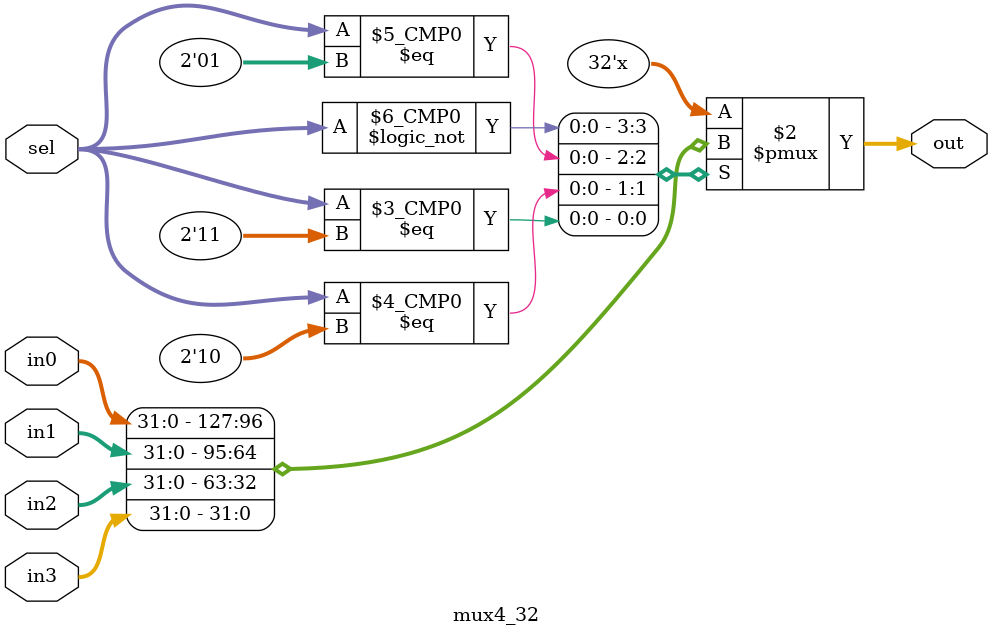
<source format=v>
module mux4_32(sel, in0, in1, in2, in3, out);
  input  [1:0]  sel;
  input  [31:0] in0, in1, in2, in3;
  output [31:0] out;
  reg    [31:0] out;
  always @(sel or in0 or in1 or in2 or in3)
    case(sel)
     2'd0:  out = in0;
     2'd1:  out = in1;
     2'd2:  out = in2;
     2'd3:  out = in3;
    endcase
endmodule
</source>
